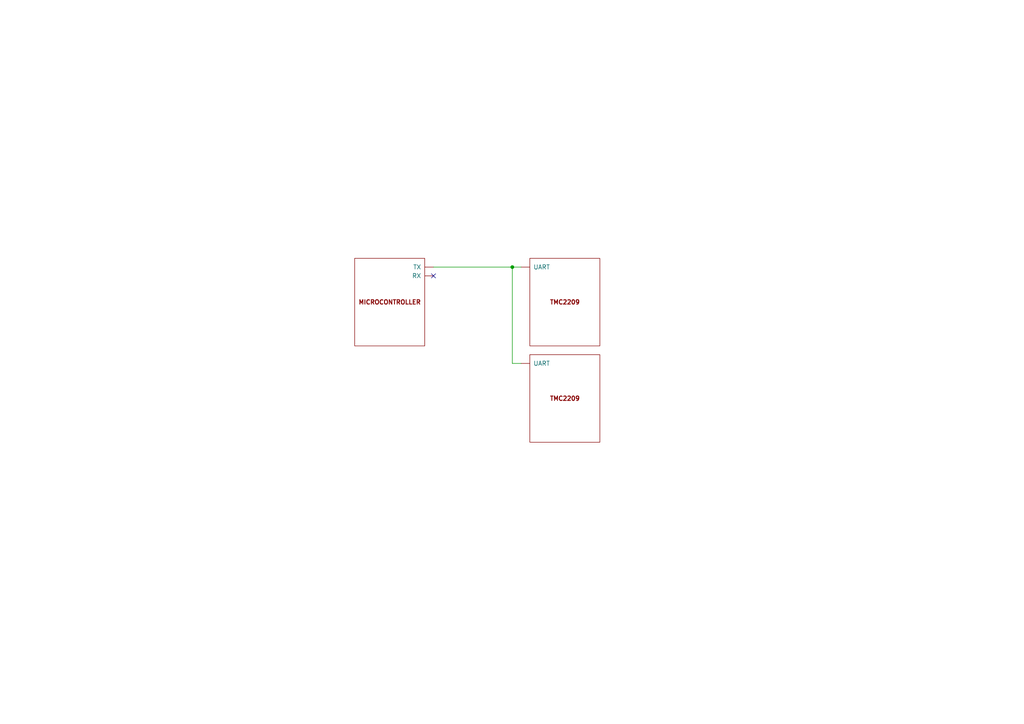
<source format=kicad_sch>
(kicad_sch (version 20230121) (generator eeschema)
  (paper "A4")
  (title_block (title "Trinamic Wiring") (date "2024-07-31") (rev "0.5") (company "Janelia Research Campus"))
  (lib_symbols
    (symbol "Janelia:DOC_MCU" (pin_numbers hide) (pin_names (offset 1.016))
      (symbol "DOC_MCU_0_1"
        (rectangle (start -10.16 12.7) (end 10.16 -12.7))
      )
      (symbol "DOC_MCU_1_1"
        (text "MICROCONTROLLER" (at 0 0 0) (effects (font (size 1.27 1.27) bold)))
        (pin input line (at 12.7 7.62 180) (length 2.54) (name "RX") (number "0"))
        (pin output line (at 12.7 10.16 180) (length 2.54) (name "TX") (number "1"))
        (pin input line (at 12.7 -5.08 180) (length 2.54) hide (name "RX2") (number "2"))
        (pin output line (at 12.7 -2.54 180) (length 2.54) hide (name "TX2") (number "3"))
        (pin output line (at 12.7 -7.62 180) (length 2.54) hide (name "TX3") (number "4"))
        (pin input line (at 12.7 -10.16 180) (length 2.54) hide (name "RX3") (number "5"))
        (pin output line (at 12.7 5.08 180) (length 2.54) hide (name "STEP") (number "6"))
        (pin input line (at 12.7 2.54 180) (length 2.54) hide (name "DIR") (number "7"))
        (pin input line (at 0 -15.24 90) (length 2.54) hide (name "SPI") (number "8"))
      )
    )
    (symbol "Janelia:TMC2209_DOC" (pin_numbers hide) (pin_names (offset 1.016))
      (symbol "TMC2209_DOC_0_1"
        (rectangle (start -10.16 12.7) (end 10.16 -12.7))
      )
      (symbol "TMC2209_DOC_1_1"
        (text "TMC2209" (at 0 0 0) (effects (font (size 1.27 1.27) bold)))
        (pin bidirectional line (at -12.7 10.16 0) (length 2.54) (name "UART") (number "0"))
        (pin input line (at -12.7 5.08 0) (length 2.54) hide (name "STEP") (number "1"))
        (pin input line (at -12.7 -5.08 0) (length 2.54) hide (name "AD1") (number "10"))
        (pin input line (at -12.7 2.54 0) (length 2.54) hide (name "DIR") (number "2"))
        (pin passive line (at 2.54 -15.24 90) (length 2.54) hide (name "BRA") (number "3"))
        (pin passive line (at 7.62 -15.24 90) (length 2.54) hide (name "BRB") (number "4"))
        (pin passive line (at 12.7 5.08 180) (length 2.54) hide (name "OA1") (number "5"))
        (pin passive line (at 12.7 2.54 180) (length 2.54) hide (name "OA2") (number "6"))
        (pin passive line (at 12.7 -2.54 180) (length 2.54) hide (name "OB1") (number "7"))
        (pin passive line (at 12.7 -5.08 180) (length 2.54) hide (name "OB2") (number "8"))
        (pin input line (at -12.7 -2.54 0) (length 2.54) hide (name "AD0") (number "9"))
      )
    )
  )
  (junction (at 148.59 77.47))
  (no_connect (at 125.73 80.01))
  (wire (pts (xy 148.59 77.47) (xy 151.13 77.47)))
  (wire (pts (xy 148.59 77.47) (xy 148.59 105.41)))
  (wire (pts (xy 125.73 77.47) (xy 148.59 77.47)))
  (wire (pts (xy 148.59 105.41) (xy 151.13 105.41)))
  (symbol (lib_id "Janelia:TMC2209_DOC") (at 163.83 115.57 0) (unit 1)
    (property "Reference" "TMC8" (effects hide))
    (property "Value" "TMC2209_DOC" (effects hide))
    (property "Sim.Enable" "0" (effects hide))
  )
  (symbol (lib_id "Janelia:TMC2209_DOC") (at 163.83 87.63 0) (unit 1)
    (property "Reference" "TMC1" (effects hide))
    (property "Value" "TMC2209_DOC" (effects hide))
    (property "Sim.Enable" "0" (effects hide))
  )
  (symbol (lib_id "Janelia:DOC_MCU") (at 113.03 87.63 0) (unit 1)
    (property "Reference" "MICROCONTROLLER1" (effects hide))
    (property "Value" "DOC_MCU" (effects hide))
    (property "Sim.Enable" "0" (effects hide))
  )
)
</source>
